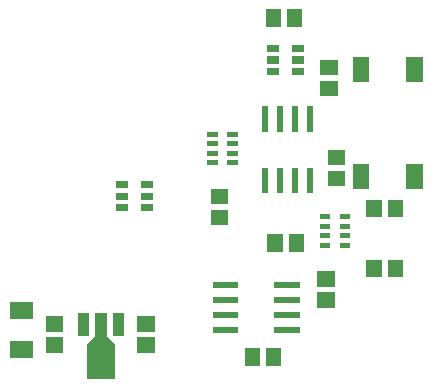
<source format=gbr>
G04 start of page 11 for group -4015 idx -4015 *
G04 Title: (unknown), toppaste *
G04 Creator: pcb 20140316 *
G04 CreationDate: Wed 15 Apr 2020 03:26:38 PM GMT UTC *
G04 For: railfan *
G04 Format: Gerber/RS-274X *
G04 PCB-Dimensions (mil): 1800.00 1500.00 *
G04 PCB-Coordinate-Origin: lower left *
%MOIN*%
%FSLAX25Y25*%
%LNTOPPASTE*%
%ADD90R,0.0550X0.0550*%
%ADD89R,0.0167X0.0167*%
%ADD88R,0.0200X0.0200*%
%ADD87R,0.0240X0.0240*%
%ADD86R,0.0512X0.0512*%
%ADD85C,0.0001*%
%ADD84R,0.0945X0.0945*%
%ADD83R,0.0378X0.0378*%
G54D83*X75406Y24405D02*Y20311D01*
X69500Y24405D02*Y12595D01*
G54D84*Y10861D02*Y8971D01*
G54D85*G36*
X71385Y18426D02*X74225Y15586D01*
X72805Y14166D01*
X69965Y17006D01*
X71385Y18426D01*
G37*
G36*
X64775Y15586D02*X67615Y18426D01*
X69035Y17006D01*
X66195Y14166D01*
X64775Y15586D01*
G37*
G54D83*X63594Y24405D02*Y20311D01*
G54D86*X53607Y22543D02*X54393D01*
X53607Y15457D02*X54393D01*
X84107Y22543D02*X84893D01*
X84107Y15457D02*X84893D01*
G54D87*X75700Y69000D02*X77300D01*
X75700Y65100D02*X77300D01*
X75700Y61200D02*X77300D01*
X83900D02*X85500D01*
X83900Y65100D02*X85500D01*
X83900Y69000D02*X85500D01*
G54D88*X128200Y20500D02*X134700D01*
X128200Y25500D02*X134700D01*
X128200Y30500D02*X134700D01*
X128200Y35500D02*X134700D01*
X107700D02*X114200D01*
X107700Y30500D02*X114200D01*
X107700Y25500D02*X114200D01*
X107700Y20500D02*X114200D01*
X139000Y94000D02*Y87500D01*
X134000Y94000D02*Y87500D01*
X129000Y94000D02*Y87500D01*
X124000Y94000D02*Y87500D01*
Y73500D02*Y67000D01*
X129000Y73500D02*Y67000D01*
X134000Y73500D02*Y67000D01*
X139000Y73500D02*Y67000D01*
G54D86*X147607Y71000D02*X148393D01*
X147607Y78086D02*X148393D01*
X134043Y124893D02*Y124107D01*
X126957Y124893D02*Y124107D01*
G54D87*X126000Y114400D02*X127600D01*
X126000Y110500D02*X127600D01*
X126000Y106600D02*X127600D01*
X134200D02*X135800D01*
X134200Y110500D02*X135800D01*
X134200Y114400D02*X135800D01*
G54D89*X105717Y85724D02*X107587D01*
X105717Y82575D02*X107587D01*
X105717Y79425D02*X107587D01*
X105717Y76276D02*X107587D01*
X112413D02*X114283D01*
X112413Y79425D02*X114283D01*
X112413Y82575D02*X114283D01*
X112413Y85724D02*X114283D01*
X149913Y48776D02*X151783D01*
X149913Y51925D02*X151783D01*
X149913Y55075D02*X151783D01*
X149913Y58224D02*X151783D01*
X143217D02*X145087D01*
X143217Y55075D02*X145087D01*
X143217Y51925D02*X145087D01*
X143217Y48776D02*X145087D01*
G54D86*X167543Y61393D02*Y60607D01*
X160457Y61393D02*Y60607D01*
X144107Y30457D02*X144893D01*
X144107Y37543D02*X144893D01*
X119957Y11893D02*Y11107D01*
X127043Y11893D02*Y11107D01*
X108607Y57957D02*X109393D01*
X108607Y65043D02*X109393D01*
G54D90*X42000Y27000D02*X44000D01*
X42000Y14000D02*X44000D01*
G54D86*X145107Y100957D02*X145893D01*
X145107Y108043D02*X145893D01*
X167543Y41393D02*Y40607D01*
X160457Y41393D02*Y40607D01*
G54D90*X156100Y72950D02*Y70150D01*
Y108850D02*Y106050D01*
X173900Y72950D02*Y70150D01*
Y108850D02*Y106050D01*
G54D86*X127457Y49893D02*Y49107D01*
X134543Y49893D02*Y49107D01*
M02*

</source>
